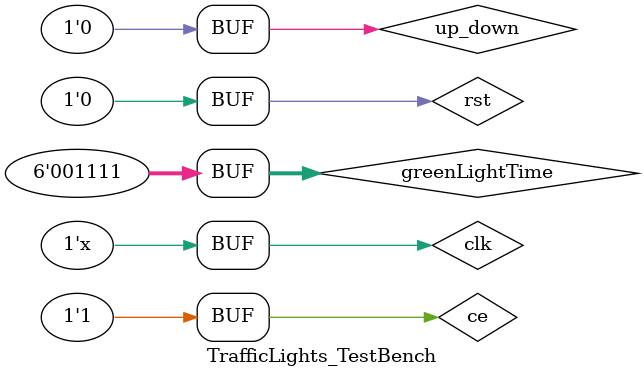
<source format=v>
`timescale 1ns / 1ps

module TrafficLights_TestBench;

    reg clk;
    reg rst;
    reg ce;
    reg up_down;
    
    wire [5:0] lights;
    //wire [5:0]  counter;
    reg [5:0] greenLightTime;
    wire [7:0] timeLeftNS;
    wire [6:0] timeLeftEW;

    TrafficLights trafficLights(clk, rst, ce, lights, greenLightTime, timeLeftNS, timeLeftEW);

    //CounterDesign clock(clk, rst, ce, up_down, counter);
    //TrafficLightsDesign trafficLights(counter, rst, ce, lights, greenLightTime, timeLeftNS, timeLeftEW);
    
    initial clk = 1'b0;
    
    always #5 clk = ~clk;
    
    initial begin 
        rst = 1'b0;
        ce = 1'b0;
        up_down = 1'b0;

        greenLightTime = 5'b01111;
        #10 rst = 1'b0;
        #1000 rst = 1'b1;
        #5 ce = 1'b1;
        #5 rst = 1'b0;
    end
endmodule

</source>
